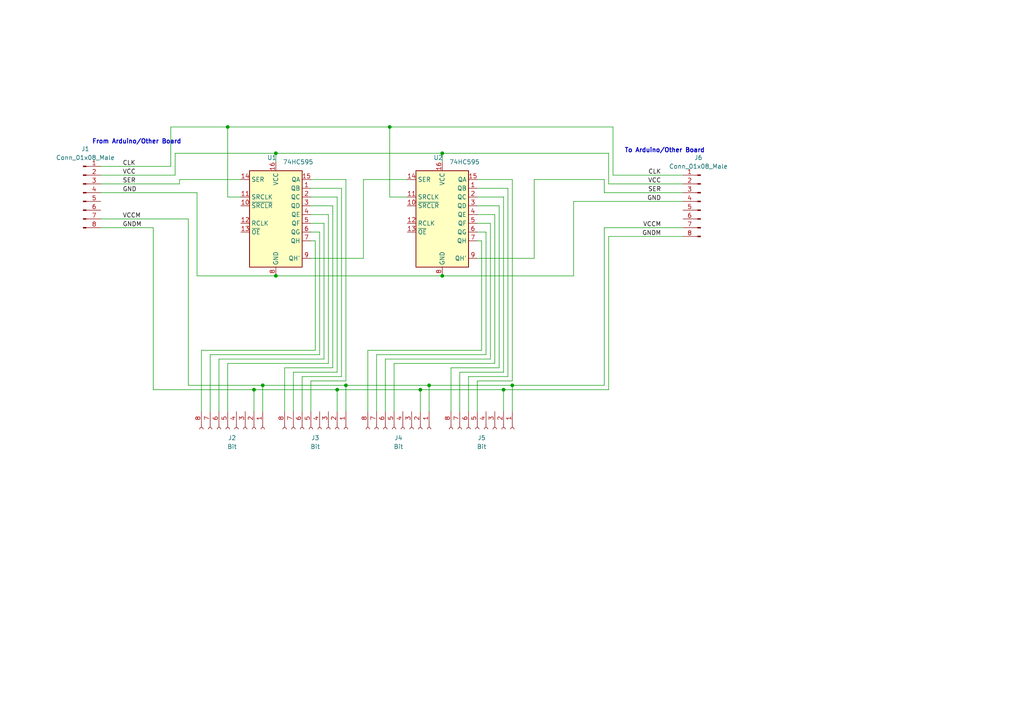
<source format=kicad_sch>
(kicad_sch (version 20211123) (generator eeschema)
  (paper "A4")
  (lib_symbols
    (symbol "74xx:74HC595"
      (property "Reference" "U" (at -7.62 13.97 0))
      (property "Value" "74HC595" (at -7.62 -16.51 0))
      (symbol "74HC595_1_0"
        (pin tri_state line (at 10.16 7.62 180) (length 2.54) (name "QB") (number "1"))
        (pin input line (at -10.16 2.54 0) (length 2.54) (name "~{SRCLR}") (number "10"))
        (pin input line (at -10.16 5.08 0) (length 2.54) (name "SRCLK") (number "11"))
        (pin input line (at -10.16 -2.54 0) (length 2.54) (name "RCLK") (number "12"))
        (pin input line (at -10.16 -5.08 0) (length 2.54) (name "~{OE}") (number "13"))
        (pin input line (at -10.16 10.16 0) (length 2.54) (name "SER") (number "14"))
        (pin tri_state line (at 10.16 10.16 180) (length 2.54) (name "QA") (number "15"))
        (pin power_in line (at 0 15.24 270) (length 2.54) (name "VCC") (number "16"))
        (pin tri_state line (at 10.16 5.08 180) (length 2.54) (name "QC") (number "2"))
        (pin tri_state line (at 10.16 2.54 180) (length 2.54) (name "QD") (number "3"))
        (pin tri_state line (at 10.16 0 180) (length 2.54) (name "QE") (number "4"))
        (pin tri_state line (at 10.16 -2.54 180) (length 2.54) (name "QF") (number "5"))
        (pin tri_state line (at 10.16 -5.08 180) (length 2.54) (name "QG") (number "6"))
        (pin tri_state line (at 10.16 -7.62 180) (length 2.54) (name "QH") (number "7"))
        (pin power_in line (at 0 -17.78 90) (length 2.54) (name "GND") (number "8"))
        (pin output line (at 10.16 -12.7 180) (length 2.54) (name "QH'") (number "9"))
      )
      (symbol "74HC595_1_1"
        (rectangle (start -7.62 12.7) (end 7.62 -15.24) (stroke (width 0.254)) (fill (type background)))
      )
    )
    (symbol "Connector:Conn_01x08_Female" (pin_names (offset 1.016) hide)
      (property "Reference" "J" (at 0 10.16 0))
      (property "Value" "Conn_01x08_Female" (at 0 -12.7 0))
      (symbol "Conn_01x08_Female_1_1"
        (arc (start 0 -9.652) (mid -0.508 -10.16) (end 0 -10.668) (stroke (width 0.1524)))
        (arc (start 0 -7.112) (mid -0.508 -7.62) (end 0 -8.128) (stroke (width 0.1524)))
        (arc (start 0 -4.572) (mid -0.508 -5.08) (end 0 -5.588) (stroke (width 0.1524)))
        (arc (start 0 -2.032) (mid -0.508 -2.54) (end 0 -3.048) (stroke (width 0.1524)))
        (polyline (pts (xy -1.27 -10.16) (xy -0.508 -10.16)) (stroke (width 0.1524)))
        (polyline (pts (xy -1.27 -7.62) (xy -0.508 -7.62)) (stroke (width 0.1524)))
        (polyline (pts (xy -1.27 -5.08) (xy -0.508 -5.08)) (stroke (width 0.1524)))
        (polyline (pts (xy -1.27 -2.54) (xy -0.508 -2.54)) (stroke (width 0.1524)))
        (polyline (pts (xy -1.27 0) (xy -0.508 0)) (stroke (width 0.1524)))
        (polyline (pts (xy -1.27 2.54) (xy -0.508 2.54)) (stroke (width 0.1524)))
        (polyline (pts (xy -1.27 5.08) (xy -0.508 5.08)) (stroke (width 0.1524)))
        (polyline (pts (xy -1.27 7.62) (xy -0.508 7.62)) (stroke (width 0.1524)))
        (arc (start 0 0.508) (mid -0.508 0) (end 0 -0.508) (stroke (width 0.1524)))
        (arc (start 0 3.048) (mid -0.508 2.54) (end 0 2.032) (stroke (width 0.1524)))
        (arc (start 0 5.588) (mid -0.508 5.08) (end 0 4.572) (stroke (width 0.1524)))
        (arc (start 0 8.128) (mid -0.508 7.62) (end 0 7.112) (stroke (width 0.1524)))
        (pin passive line (at -5.08 7.62 0) (length 3.81) (name "Pin_1") (number "1"))
        (pin passive line (at -5.08 5.08 0) (length 3.81) (name "Pin_2") (number "2"))
        (pin passive line (at -5.08 2.54 0) (length 3.81) (name "Pin_3") (number "3"))
        (pin passive line (at -5.08 0 0) (length 3.81) (name "Pin_4") (number "4"))
        (pin passive line (at -5.08 -2.54 0) (length 3.81) (name "Pin_5") (number "5"))
        (pin passive line (at -5.08 -5.08 0) (length 3.81) (name "Pin_6") (number "6"))
        (pin passive line (at -5.08 -7.62 0) (length 3.81) (name "Pin_7") (number "7"))
        (pin passive line (at -5.08 -10.16 0) (length 3.81) (name "Pin_8") (number "8"))
      )
    )
    (symbol "Connector:Conn_01x08_Male" (pin_names (offset 1.016) hide)
      (property "Reference" "J" (at 0 10.16 0))
      (property "Value" "Conn_01x08_Male" (at 0 -12.7 0))
      (symbol "Conn_01x08_Male_1_1"
        (polyline (pts (xy 1.27 -10.16) (xy 0.8636 -10.16)) (stroke (width 0.1524)))
        (polyline (pts (xy 1.27 -7.62) (xy 0.8636 -7.62)) (stroke (width 0.1524)))
        (polyline (pts (xy 1.27 -5.08) (xy 0.8636 -5.08)) (stroke (width 0.1524)))
        (polyline (pts (xy 1.27 -2.54) (xy 0.8636 -2.54)) (stroke (width 0.1524)))
        (polyline (pts (xy 1.27 0) (xy 0.8636 0)) (stroke (width 0.1524)))
        (polyline (pts (xy 1.27 2.54) (xy 0.8636 2.54)) (stroke (width 0.1524)))
        (polyline (pts (xy 1.27 5.08) (xy 0.8636 5.08)) (stroke (width 0.1524)))
        (polyline (pts (xy 1.27 7.62) (xy 0.8636 7.62)) (stroke (width 0.1524)))
        (rectangle (start 0.8636 -10.033) (end 0 -10.287) (stroke (width 0.1524)) (fill (type outline)))
        (rectangle (start 0.8636 -7.493) (end 0 -7.747) (stroke (width 0.1524)) (fill (type outline)))
        (rectangle (start 0.8636 -4.953) (end 0 -5.207) (stroke (width 0.1524)) (fill (type outline)))
        (rectangle (start 0.8636 -2.413) (end 0 -2.667) (stroke (width 0.1524)) (fill (type outline)))
        (rectangle (start 0.8636 0.127) (end 0 -0.127) (stroke (width 0.1524)) (fill (type outline)))
        (rectangle (start 0.8636 2.667) (end 0 2.413) (stroke (width 0.1524)) (fill (type outline)))
        (rectangle (start 0.8636 5.207) (end 0 4.953) (stroke (width 0.1524)) (fill (type outline)))
        (rectangle (start 0.8636 7.747) (end 0 7.493) (stroke (width 0.1524)) (fill (type outline)))
        (pin passive line (at 5.08 7.62 180) (length 3.81) (name "Pin_1") (number "1"))
        (pin passive line (at 5.08 5.08 180) (length 3.81) (name "Pin_2") (number "2"))
        (pin passive line (at 5.08 2.54 180) (length 3.81) (name "Pin_3") (number "3"))
        (pin passive line (at 5.08 0 180) (length 3.81) (name "Pin_4") (number "4"))
        (pin passive line (at 5.08 -2.54 180) (length 3.81) (name "Pin_5") (number "5"))
        (pin passive line (at 5.08 -5.08 180) (length 3.81) (name "Pin_6") (number "6"))
        (pin passive line (at 5.08 -7.62 180) (length 3.81) (name "Pin_7") (number "7"))
        (pin passive line (at 5.08 -10.16 180) (length 3.81) (name "Pin_8") (number "8"))
      )
    )
  )
  (junction (at 100.33 111.76))
  (junction (at 76.2 111.76))
  (junction (at 148.59 111.76))
  (junction (at 73.66 113.03))
  (junction (at 124.46 111.76))
  (junction (at 80.01 80.01))
  (junction (at 146.05 113.03))
  (junction (at 97.79 113.03))
  (junction (at 128.27 44.45))
  (junction (at 66.04 36.83))
  (junction (at 128.27 80.01))
  (junction (at 121.92 113.03))
  (junction (at 113.03 36.83))
  (junction (at 80.01 44.45))
  (wire (pts (xy 66.04 57.15) (xy 69.85 57.15)))
  (wire (pts (xy 97.79 57.15) (xy 97.79 107.95)))
  (wire (pts (xy 54.61 111.76) (xy 76.2 111.76)))
  (wire (pts (xy 175.26 52.07) (xy 175.26 55.88)))
  (wire (pts (xy 90.17 67.31) (xy 92.71 67.31)))
  (wire (pts (xy 128.27 44.45) (xy 128.27 46.99)))
  (wire (pts (xy 97.79 119.38) (xy 97.79 113.03)))
  (wire (pts (xy 143.51 105.41) (xy 114.3 105.41)))
  (wire (pts (xy 176.53 44.45) (xy 176.53 53.34)))
  (wire (pts (xy 177.8 36.83) (xy 177.8 50.8)))
  (wire (pts (xy 90.17 64.77) (xy 93.98 64.77)))
  (wire (pts (xy 154.94 74.93) (xy 154.94 52.07)))
  (wire (pts (xy 138.43 64.77) (xy 142.24 64.77)))
  (wire (pts (xy 60.96 102.87) (xy 60.96 119.38)))
  (wire (pts (xy 90.17 54.61) (xy 99.06 54.61)))
  (wire (pts (xy 80.01 44.45) (xy 128.27 44.45)))
  (wire (pts (xy 90.17 69.85) (xy 91.44 69.85)))
  (wire (pts (xy 133.35 107.95) (xy 133.35 119.38)))
  (wire (pts (xy 198.12 58.42) (xy 166.37 58.42)))
  (wire (pts (xy 80.01 80.01) (xy 128.27 80.01)))
  (wire (pts (xy 148.59 119.38) (xy 148.59 111.76)))
  (wire (pts (xy 109.22 102.87) (xy 109.22 119.38)))
  (wire (pts (xy 138.43 69.85) (xy 139.7 69.85)))
  (wire (pts (xy 138.43 59.69) (xy 144.78 59.69)))
  (wire (pts (xy 92.71 67.31) (xy 92.71 102.87)))
  (wire (pts (xy 57.15 80.01) (xy 80.01 80.01)))
  (wire (pts (xy 130.81 106.68) (xy 130.81 119.38)))
  (wire (pts (xy 144.78 59.69) (xy 144.78 106.68)))
  (wire (pts (xy 176.53 53.34) (xy 198.12 53.34)))
  (wire (pts (xy 146.05 107.95) (xy 133.35 107.95)))
  (wire (pts (xy 144.78 106.68) (xy 130.81 106.68)))
  (wire (pts (xy 58.42 101.6) (xy 58.42 119.38)))
  (wire (pts (xy 121.92 113.03) (xy 146.05 113.03)))
  (wire (pts (xy 148.59 52.07) (xy 148.59 110.49)))
  (wire (pts (xy 50.8 50.8) (xy 29.21 50.8)))
  (wire (pts (xy 66.04 57.15) (xy 66.04 36.83)))
  (wire (pts (xy 93.98 104.14) (xy 63.5 104.14)))
  (wire (pts (xy 49.53 48.26) (xy 29.21 48.26)))
  (wire (pts (xy 90.17 74.93) (xy 105.41 74.93)))
  (wire (pts (xy 90.17 52.07) (xy 100.33 52.07)))
  (wire (pts (xy 140.97 102.87) (xy 109.22 102.87)))
  (wire (pts (xy 54.61 63.5) (xy 54.61 111.76)))
  (wire (pts (xy 111.76 104.14) (xy 111.76 119.38)))
  (wire (pts (xy 54.61 63.5) (xy 29.21 63.5)))
  (wire (pts (xy 99.06 54.61) (xy 99.06 109.22)))
  (wire (pts (xy 148.59 110.49) (xy 138.43 110.49)))
  (wire (pts (xy 138.43 110.49) (xy 138.43 119.38)))
  (wire (pts (xy 97.79 113.03) (xy 73.66 113.03)))
  (wire (pts (xy 114.3 105.41) (xy 114.3 119.38)))
  (wire (pts (xy 166.37 58.42) (xy 166.37 80.01)))
  (wire (pts (xy 82.55 106.68) (xy 82.55 119.38)))
  (wire (pts (xy 52.07 53.34) (xy 29.21 53.34)))
  (wire (pts (xy 138.43 62.23) (xy 143.51 62.23)))
  (wire (pts (xy 96.52 59.69) (xy 96.52 106.68)))
  (wire (pts (xy 97.79 113.03) (xy 121.92 113.03)))
  (wire (pts (xy 142.24 104.14) (xy 111.76 104.14)))
  (wire (pts (xy 166.37 80.01) (xy 128.27 80.01)))
  (wire (pts (xy 76.2 111.76) (xy 100.33 111.76)))
  (wire (pts (xy 142.24 64.77) (xy 142.24 104.14)))
  (wire (pts (xy 50.8 44.45) (xy 80.01 44.45)))
  (wire (pts (xy 52.07 52.07) (xy 52.07 53.34)))
  (wire (pts (xy 100.33 119.38) (xy 100.33 111.76)))
  (wire (pts (xy 76.2 119.38) (xy 76.2 111.76)))
  (wire (pts (xy 73.66 119.38) (xy 73.66 113.03)))
  (wire (pts (xy 113.03 36.83) (xy 66.04 36.83)))
  (wire (pts (xy 44.45 113.03) (xy 73.66 113.03)))
  (wire (pts (xy 139.7 69.85) (xy 139.7 101.6)))
  (wire (pts (xy 90.17 110.49) (xy 90.17 119.38)))
  (wire (pts (xy 91.44 101.6) (xy 58.42 101.6)))
  (wire (pts (xy 113.03 57.15) (xy 113.03 36.83)))
  (wire (pts (xy 198.12 66.04) (xy 175.26 66.04)))
  (wire (pts (xy 80.01 44.45) (xy 80.01 46.99)))
  (wire (pts (xy 44.45 66.04) (xy 29.21 66.04)))
  (wire (pts (xy 128.27 44.45) (xy 176.53 44.45)))
  (wire (pts (xy 121.92 119.38) (xy 121.92 113.03)))
  (wire (pts (xy 97.79 107.95) (xy 85.09 107.95)))
  (wire (pts (xy 124.46 111.76) (xy 100.33 111.76)))
  (wire (pts (xy 175.26 66.04) (xy 175.26 111.76)))
  (wire (pts (xy 135.89 109.22) (xy 135.89 119.38)))
  (wire (pts (xy 95.25 62.23) (xy 95.25 105.41)))
  (wire (pts (xy 44.45 66.04) (xy 44.45 113.03)))
  (wire (pts (xy 118.11 57.15) (xy 113.03 57.15)))
  (wire (pts (xy 93.98 64.77) (xy 93.98 104.14)))
  (wire (pts (xy 105.41 52.07) (xy 118.11 52.07)))
  (wire (pts (xy 175.26 111.76) (xy 148.59 111.76)))
  (wire (pts (xy 124.46 119.38) (xy 124.46 111.76)))
  (wire (pts (xy 176.53 113.03) (xy 146.05 113.03)))
  (wire (pts (xy 95.25 105.41) (xy 66.04 105.41)))
  (wire (pts (xy 50.8 44.45) (xy 50.8 50.8)))
  (wire (pts (xy 52.07 52.07) (xy 69.85 52.07)))
  (wire (pts (xy 91.44 69.85) (xy 91.44 101.6)))
  (wire (pts (xy 147.32 54.61) (xy 147.32 109.22)))
  (wire (pts (xy 138.43 54.61) (xy 147.32 54.61)))
  (wire (pts (xy 57.15 55.88) (xy 29.21 55.88)))
  (wire (pts (xy 100.33 52.07) (xy 100.33 110.49)))
  (wire (pts (xy 176.53 68.58) (xy 198.12 68.58)))
  (wire (pts (xy 106.68 101.6) (xy 106.68 119.38)))
  (wire (pts (xy 57.15 55.88) (xy 57.15 80.01)))
  (wire (pts (xy 177.8 50.8) (xy 198.12 50.8)))
  (wire (pts (xy 63.5 104.14) (xy 63.5 119.38)))
  (wire (pts (xy 146.05 119.38) (xy 146.05 113.03)))
  (wire (pts (xy 85.09 107.95) (xy 85.09 119.38)))
  (wire (pts (xy 143.51 62.23) (xy 143.51 105.41)))
  (wire (pts (xy 113.03 36.83) (xy 177.8 36.83)))
  (wire (pts (xy 90.17 59.69) (xy 96.52 59.69)))
  (wire (pts (xy 105.41 74.93) (xy 105.41 52.07)))
  (wire (pts (xy 146.05 57.15) (xy 146.05 107.95)))
  (wire (pts (xy 96.52 106.68) (xy 82.55 106.68)))
  (wire (pts (xy 138.43 74.93) (xy 154.94 74.93)))
  (wire (pts (xy 139.7 101.6) (xy 106.68 101.6)))
  (wire (pts (xy 100.33 110.49) (xy 90.17 110.49)))
  (wire (pts (xy 138.43 52.07) (xy 148.59 52.07)))
  (wire (pts (xy 92.71 102.87) (xy 60.96 102.87)))
  (wire (pts (xy 49.53 36.83) (xy 49.53 48.26)))
  (wire (pts (xy 66.04 105.41) (xy 66.04 119.38)))
  (wire (pts (xy 90.17 57.15) (xy 97.79 57.15)))
  (wire (pts (xy 138.43 67.31) (xy 140.97 67.31)))
  (wire (pts (xy 176.53 68.58) (xy 176.53 113.03)))
  (wire (pts (xy 138.43 57.15) (xy 146.05 57.15)))
  (wire (pts (xy 175.26 55.88) (xy 198.12 55.88)))
  (wire (pts (xy 124.46 111.76) (xy 148.59 111.76)))
  (wire (pts (xy 99.06 109.22) (xy 87.63 109.22)))
  (wire (pts (xy 87.63 109.22) (xy 87.63 119.38)))
  (wire (pts (xy 154.94 52.07) (xy 175.26 52.07)))
  (wire (pts (xy 90.17 62.23) (xy 95.25 62.23)))
  (wire (pts (xy 49.53 36.83) (xy 66.04 36.83)))
  (wire (pts (xy 147.32 109.22) (xy 135.89 109.22)))
  (wire (pts (xy 140.97 67.31) (xy 140.97 102.87)))
  (text "From Arduino/Other Board" (at 26.67 41.91 0) (effects (font (size 1.27 1.27) (thickness 0.254) bold) (justify left bottom)))
  (text "To Arduino/Other Board" (at 204.47 44.45 180) (effects (font (size 1.27 1.27) (thickness 0.254) bold) (justify right bottom)))
  (label "GND" (at 35.56 55.88 0))
  (label "SER" (at 35.56 53.34 0))
  (label "CLK" (at 191.77 50.8 180))
  (label "GNDM" (at 35.56 66.04 0))
  (label "GNDM" (at 191.77 68.58 180))
  (label "VCC" (at 35.56 50.8 0))
  (label "VCCM" (at 191.77 66.04 180))
  (label "CLK" (at 35.56 48.26 0))
  (label "VCC" (at 191.77 53.34 180))
  (label "GND" (at 191.77 58.42 180))
  (label "SER" (at 191.77 55.88 180))
  (label "VCCM" (at 35.56 63.5 0))
  (symbol (lib_id "Connector:Conn_01x08_Female") (at 68.58 124.46 270) (unit 1)
    (property "Reference" "J2" (at 67.31 127 90))
    (property "Value" "Bit" (at 67.31 129.54 90))
    (property "Footprint" "Connector_JST:JST_EH_B8B-EH-A_1x08_P2.50mm_Vertical" (effects hide))
  )
  (symbol (lib_id "Connector:Conn_01x08_Female") (at 92.71 124.46 270) (unit 1)
    (property "Reference" "J3" (at 91.44 127 90))
    (property "Value" "Bit" (at 91.44 129.54 90))
    (property "Footprint" "Connector_JST:JST_EH_B8B-EH-A_1x08_P2.50mm_Vertical" (effects hide))
  )
  (symbol (lib_id "Connector:Conn_01x08_Female") (at 140.97 124.46 270) (unit 1)
    (property "Reference" "J5" (at 139.7 127 90))
    (property "Value" "Bit" (at 139.7 129.54 90))
    (property "Footprint" "Connector_JST:JST_EH_B8B-EH-A_1x08_P2.50mm_Vertical" (effects hide))
  )
  (symbol (lib_id "Connector:Conn_01x08_Female") (at 116.84 124.46 270) (unit 1)
    (property "Reference" "J4" (at 115.57 127 90))
    (property "Value" "Bit" (at 115.57 129.54 90))
    (property "Footprint" "Connector_JST:JST_EH_B8B-EH-A_1x08_P2.50mm_Vertical" (effects hide))
  )
  (symbol (lib_id "74xx:74HC595") (at 128.27 62.23 0) (unit 1)
    (property "Reference" "U2" (at 125.73 45.72 0) (effects (justify left)))
    (property "Value" "74HC595" (at 130.2894 46.99 0) (effects (justify left)))
    (property "Footprint" "Package_DIP:DIP-16_W7.62mm_SMDSocket_SmallPads" (effects hide))
    (property "Datasheet" "http://www.ti.com/lit/ds/symlink/sn74hc595.pdf" (effects hide))
  )
  (symbol (lib_id "Connector:Conn_01x08_Male") (at 203.2 58.42 0) (mirror y) (unit 1)
    (property "Reference" "J6" (at 202.565 45.72 0))
    (property "Value" "Conn_01x08_Male" (at 202.565 48.26 0))
    (property "Footprint" "Connector_JST:JST_EH_B8B-EH-A_1x08_P2.50mm_Vertical" (effects hide))
  )
  (symbol (lib_id "74xx:74HC595") (at 80.01 62.23 0) (unit 1)
    (property "Reference" "U1" (at 77.47 45.72 0) (effects (justify left)))
    (property "Value" "74HC595" (at 82.0294 46.99 0) (effects (justify left)))
    (property "Footprint" "Package_DIP:DIP-16_W7.62mm_SMDSocket_SmallPads" (effects hide))
    (property "Datasheet" "http://www.ti.com/lit/ds/symlink/sn74hc595.pdf" (effects hide))
  )
  (symbol (lib_id "Connector:Conn_01x08_Male") (at 24.13 55.88 0) (unit 1)
    (property "Reference" "J1" (at 24.765 43.18 0))
    (property "Value" "Conn_01x08_Male" (at 24.765 45.72 0))
    (property "Footprint" "Connector_JST:JST_EH_B8B-EH-A_1x08_P2.50mm_Vertical" (effects hide))
  )
)
</source>
